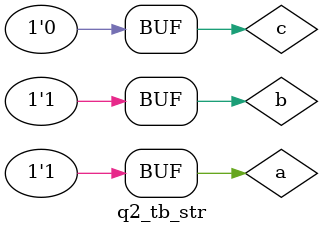
<source format=v>
module q2_tb_str;
  reg a, b, c;
  wire result;

  q2_str uut (.a(a), .b(b), .c(c), .result(result));

  initial begin
    $monitor("Time=%0t a=%b b=%b c=%b result=%b", $time, a, b, c, result);
    a = 0; b = 0; c = 0;
    #10;

    a = 1; b = 0; c = 1;
    #10;

    a = 0; b = 1; c = 1;
    #10;

    a = 1; b = 1; c = 0;
    #10;
  end
endmodule

</source>
